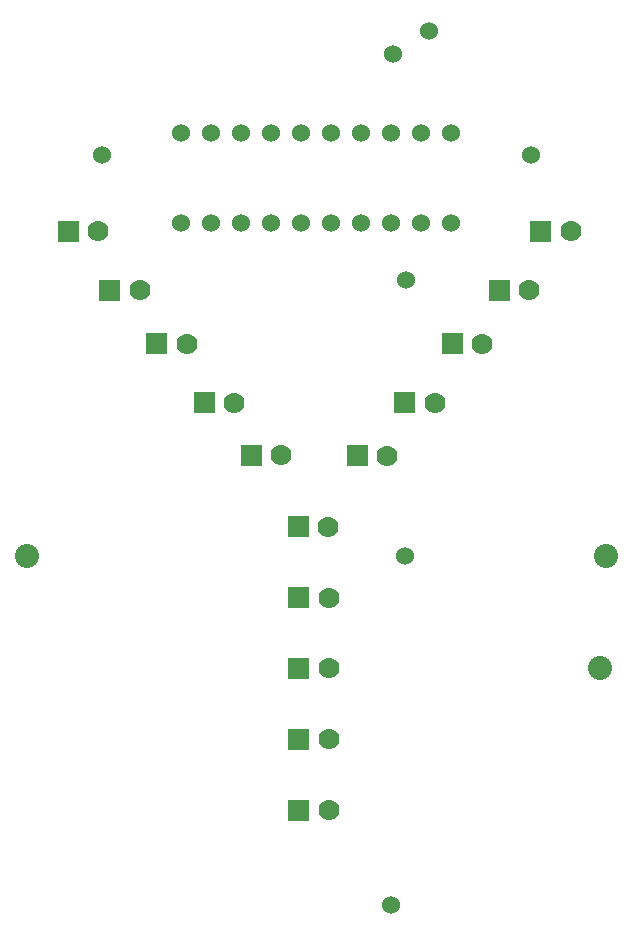
<source format=gbr>
G04 start of page 9 for group 7 idx 7 *
G04 Title: (unknown), spare *
G04 Creator: pcb 20110918 *
G04 CreationDate: Fri 07 Mar 2014 07:56:38 PM GMT UTC *
G04 For: vince *
G04 Format: Gerber/RS-274X *
G04 PCB-Dimensions: 236220 354331 *
G04 PCB-Coordinate-Origin: lower left *
%MOIN*%
%FSLAX25Y25*%
%LNGROUP7*%
%ADD78C,0.0280*%
%ADD77C,0.0500*%
%ADD76C,0.1260*%
%ADD75C,0.2600*%
%ADD74C,0.0350*%
%ADD73C,0.0700*%
%ADD72C,0.0001*%
%ADD71C,0.0800*%
%ADD70C,0.0600*%
G54D70*X93426Y280276D03*
X103426D03*
X113426D03*
Y310276D03*
X103426D03*
X93426D03*
X83426D03*
X73426D03*
X46963Y303163D03*
G54D71*X21969Y169292D03*
G54D70*X123426Y280276D03*
X133426D03*
X143426D03*
X153426D03*
X163426D03*
Y310276D03*
X153426D03*
X143426D03*
X133426D03*
X123426D03*
X189827Y303163D03*
G54D71*X212914Y131890D03*
X214882Y169292D03*
G54D70*X143426Y53150D03*
G54D72*G36*
X109020Y159012D02*Y152012D01*
X116020D01*
Y159012D01*
X109020D01*
G37*
G54D73*X122520Y155512D03*
G54D72*G36*
X109020Y135390D02*Y128390D01*
X116020D01*
Y135390D01*
X109020D01*
G37*
G54D73*X122520Y131890D03*
G54D72*G36*
X109020Y111768D02*Y104768D01*
X116020D01*
Y111768D01*
X109020D01*
G37*
G54D73*X122520Y108268D03*
G54D72*G36*
X109020Y88146D02*Y81146D01*
X116020D01*
Y88146D01*
X109020D01*
G37*
G54D73*X122520Y84646D03*
G54D72*G36*
X108863Y182634D02*Y175634D01*
X115863D01*
Y182634D01*
X108863D01*
G37*
G36*
X93272Y206414D02*Y199414D01*
X100272D01*
Y206414D01*
X93272D01*
G37*
G54D73*X106772Y202914D03*
X91003Y220507D03*
X122363Y179134D03*
G54D72*G36*
X128548Y206256D02*Y199256D01*
X135548D01*
Y206256D01*
X128548D01*
G37*
G54D73*X142048Y202756D03*
G54D72*G36*
X144415Y224007D02*Y217007D01*
X151415D01*
Y224007D01*
X144415D01*
G37*
G54D73*X157915Y220507D03*
G54D72*G36*
X160159Y243687D02*Y236687D01*
X167159D01*
Y243687D01*
X160159D01*
G37*
G54D73*X173659Y240187D03*
G54D72*G36*
X175903Y261399D02*Y254399D01*
X182903D01*
Y261399D01*
X175903D01*
G37*
G54D73*X189403Y257899D03*
G54D72*G36*
X189679Y281079D02*Y274079D01*
X196679D01*
Y281079D01*
X189679D01*
G37*
G54D73*X203179Y277579D03*
G54D70*X73426Y280276D03*
X83426D03*
G54D72*G36*
X77503Y224007D02*Y217007D01*
X84503D01*
Y224007D01*
X77503D01*
G37*
G36*
X61759Y243687D02*Y236687D01*
X68759D01*
Y243687D01*
X61759D01*
G37*
G54D73*X75259Y240187D03*
G54D72*G36*
X46015Y261399D02*Y254399D01*
X53015D01*
Y261399D01*
X46015D01*
G37*
G54D73*X59515Y257899D03*
G54D72*G36*
X32239Y281079D02*Y274079D01*
X39239D01*
Y281079D01*
X32239D01*
G37*
G54D73*X45739Y277579D03*
G54D70*X143979Y336619D03*
X148176Y261399D03*
X147915Y169339D03*
X155787Y344491D03*
G54D74*G54D75*G54D76*G54D77*G54D74*G54D75*G54D77*G54D74*G54D75*G54D78*G54D76*G54D78*G54D74*G54D78*M02*

</source>
